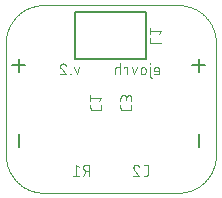
<source format=gbo>
G75*
%MOIN*%
%OFA0B0*%
%FSLAX25Y25*%
%IPPOS*%
%LPD*%
%AMOC8*
5,1,8,0,0,1.08239X$1,22.5*
%
%ADD10C,0.00394*%
%ADD11C,0.00300*%
%ADD12C,0.00600*%
%ADD13C,0.00500*%
D10*
X0015080Y0018078D02*
X0060080Y0018078D01*
X0060382Y0018082D01*
X0060684Y0018093D01*
X0060985Y0018111D01*
X0061286Y0018136D01*
X0061587Y0018169D01*
X0061886Y0018209D01*
X0062184Y0018256D01*
X0062482Y0018311D01*
X0062777Y0018372D01*
X0063071Y0018441D01*
X0063364Y0018517D01*
X0063654Y0018600D01*
X0063943Y0018690D01*
X0064229Y0018787D01*
X0064513Y0018890D01*
X0064794Y0019001D01*
X0065072Y0019118D01*
X0065348Y0019242D01*
X0065620Y0019373D01*
X0065889Y0019510D01*
X0066155Y0019653D01*
X0066417Y0019803D01*
X0066676Y0019960D01*
X0066930Y0020122D01*
X0067181Y0020291D01*
X0067427Y0020465D01*
X0067670Y0020646D01*
X0067907Y0020832D01*
X0068141Y0021024D01*
X0068369Y0021222D01*
X0068593Y0021425D01*
X0068811Y0021633D01*
X0069025Y0021847D01*
X0069233Y0022065D01*
X0069436Y0022289D01*
X0069634Y0022517D01*
X0069826Y0022751D01*
X0070012Y0022988D01*
X0070193Y0023231D01*
X0070367Y0023477D01*
X0070536Y0023728D01*
X0070698Y0023982D01*
X0070855Y0024241D01*
X0071005Y0024503D01*
X0071148Y0024769D01*
X0071285Y0025038D01*
X0071416Y0025310D01*
X0071540Y0025586D01*
X0071657Y0025864D01*
X0071768Y0026145D01*
X0071871Y0026429D01*
X0071968Y0026715D01*
X0072058Y0027004D01*
X0072141Y0027294D01*
X0072217Y0027587D01*
X0072286Y0027881D01*
X0072347Y0028176D01*
X0072402Y0028474D01*
X0072449Y0028772D01*
X0072489Y0029071D01*
X0072522Y0029372D01*
X0072547Y0029673D01*
X0072565Y0029974D01*
X0072576Y0030276D01*
X0072580Y0030578D01*
X0072580Y0068078D01*
X0072576Y0068380D01*
X0072565Y0068682D01*
X0072547Y0068983D01*
X0072522Y0069284D01*
X0072489Y0069585D01*
X0072449Y0069884D01*
X0072402Y0070182D01*
X0072347Y0070480D01*
X0072286Y0070775D01*
X0072217Y0071069D01*
X0072141Y0071362D01*
X0072058Y0071652D01*
X0071968Y0071941D01*
X0071871Y0072227D01*
X0071768Y0072511D01*
X0071657Y0072792D01*
X0071540Y0073070D01*
X0071416Y0073346D01*
X0071285Y0073618D01*
X0071148Y0073887D01*
X0071005Y0074153D01*
X0070855Y0074415D01*
X0070698Y0074674D01*
X0070536Y0074928D01*
X0070367Y0075179D01*
X0070193Y0075425D01*
X0070012Y0075668D01*
X0069826Y0075905D01*
X0069634Y0076139D01*
X0069436Y0076367D01*
X0069233Y0076591D01*
X0069025Y0076809D01*
X0068811Y0077023D01*
X0068593Y0077231D01*
X0068369Y0077434D01*
X0068141Y0077632D01*
X0067907Y0077824D01*
X0067670Y0078010D01*
X0067427Y0078191D01*
X0067181Y0078365D01*
X0066930Y0078534D01*
X0066676Y0078696D01*
X0066417Y0078853D01*
X0066155Y0079003D01*
X0065889Y0079146D01*
X0065620Y0079283D01*
X0065348Y0079414D01*
X0065072Y0079538D01*
X0064794Y0079655D01*
X0064513Y0079766D01*
X0064229Y0079869D01*
X0063943Y0079966D01*
X0063654Y0080056D01*
X0063364Y0080139D01*
X0063071Y0080215D01*
X0062777Y0080284D01*
X0062482Y0080345D01*
X0062184Y0080400D01*
X0061886Y0080447D01*
X0061587Y0080487D01*
X0061286Y0080520D01*
X0060985Y0080545D01*
X0060684Y0080563D01*
X0060382Y0080574D01*
X0060080Y0080578D01*
X0015080Y0080578D01*
X0014778Y0080574D01*
X0014476Y0080563D01*
X0014175Y0080545D01*
X0013874Y0080520D01*
X0013573Y0080487D01*
X0013274Y0080447D01*
X0012976Y0080400D01*
X0012678Y0080345D01*
X0012383Y0080284D01*
X0012089Y0080215D01*
X0011796Y0080139D01*
X0011506Y0080056D01*
X0011217Y0079966D01*
X0010931Y0079869D01*
X0010647Y0079766D01*
X0010366Y0079655D01*
X0010088Y0079538D01*
X0009812Y0079414D01*
X0009540Y0079283D01*
X0009271Y0079146D01*
X0009005Y0079003D01*
X0008743Y0078853D01*
X0008484Y0078696D01*
X0008230Y0078534D01*
X0007979Y0078365D01*
X0007733Y0078191D01*
X0007490Y0078010D01*
X0007253Y0077824D01*
X0007019Y0077632D01*
X0006791Y0077434D01*
X0006567Y0077231D01*
X0006349Y0077023D01*
X0006135Y0076809D01*
X0005927Y0076591D01*
X0005724Y0076367D01*
X0005526Y0076139D01*
X0005334Y0075905D01*
X0005148Y0075668D01*
X0004967Y0075425D01*
X0004793Y0075179D01*
X0004624Y0074928D01*
X0004462Y0074674D01*
X0004305Y0074415D01*
X0004155Y0074153D01*
X0004012Y0073887D01*
X0003875Y0073618D01*
X0003744Y0073346D01*
X0003620Y0073070D01*
X0003503Y0072792D01*
X0003392Y0072511D01*
X0003289Y0072227D01*
X0003192Y0071941D01*
X0003102Y0071652D01*
X0003019Y0071362D01*
X0002943Y0071069D01*
X0002874Y0070775D01*
X0002813Y0070480D01*
X0002758Y0070182D01*
X0002711Y0069884D01*
X0002671Y0069585D01*
X0002638Y0069284D01*
X0002613Y0068983D01*
X0002595Y0068682D01*
X0002584Y0068380D01*
X0002580Y0068078D01*
X0002580Y0030578D01*
X0002584Y0030276D01*
X0002595Y0029974D01*
X0002613Y0029673D01*
X0002638Y0029372D01*
X0002671Y0029071D01*
X0002711Y0028772D01*
X0002758Y0028474D01*
X0002813Y0028176D01*
X0002874Y0027881D01*
X0002943Y0027587D01*
X0003019Y0027294D01*
X0003102Y0027004D01*
X0003192Y0026715D01*
X0003289Y0026429D01*
X0003392Y0026145D01*
X0003503Y0025864D01*
X0003620Y0025586D01*
X0003744Y0025310D01*
X0003875Y0025038D01*
X0004012Y0024769D01*
X0004155Y0024503D01*
X0004305Y0024241D01*
X0004462Y0023982D01*
X0004624Y0023728D01*
X0004793Y0023477D01*
X0004967Y0023231D01*
X0005148Y0022988D01*
X0005334Y0022751D01*
X0005526Y0022517D01*
X0005724Y0022289D01*
X0005927Y0022065D01*
X0006135Y0021847D01*
X0006349Y0021633D01*
X0006567Y0021425D01*
X0006791Y0021222D01*
X0007019Y0021024D01*
X0007253Y0020832D01*
X0007490Y0020646D01*
X0007733Y0020465D01*
X0007979Y0020291D01*
X0008230Y0020122D01*
X0008484Y0019960D01*
X0008743Y0019803D01*
X0009005Y0019653D01*
X0009271Y0019510D01*
X0009540Y0019373D01*
X0009812Y0019242D01*
X0010088Y0019118D01*
X0010366Y0019001D01*
X0010647Y0018890D01*
X0010931Y0018787D01*
X0011217Y0018690D01*
X0011506Y0018600D01*
X0011796Y0018517D01*
X0012089Y0018441D01*
X0012383Y0018372D01*
X0012678Y0018311D01*
X0012976Y0018256D01*
X0013274Y0018209D01*
X0013573Y0018169D01*
X0013874Y0018136D01*
X0014175Y0018111D01*
X0014476Y0018093D01*
X0014778Y0018082D01*
X0015080Y0018078D01*
D11*
X0024809Y0023759D02*
X0026830Y0023759D01*
X0028330Y0023759D02*
X0029138Y0025376D01*
X0029341Y0025376D02*
X0030351Y0025376D01*
X0029341Y0025376D02*
X0029279Y0025378D01*
X0029217Y0025384D01*
X0029155Y0025393D01*
X0029095Y0025407D01*
X0029035Y0025424D01*
X0028976Y0025444D01*
X0028919Y0025468D01*
X0028863Y0025496D01*
X0028809Y0025527D01*
X0028757Y0025562D01*
X0028708Y0025599D01*
X0028661Y0025640D01*
X0028616Y0025683D01*
X0028574Y0025729D01*
X0028535Y0025777D01*
X0028499Y0025828D01*
X0028466Y0025881D01*
X0028437Y0025936D01*
X0028411Y0025992D01*
X0028388Y0026050D01*
X0028370Y0026110D01*
X0028354Y0026170D01*
X0028343Y0026231D01*
X0028335Y0026293D01*
X0028331Y0026355D01*
X0028331Y0026417D01*
X0028335Y0026479D01*
X0028343Y0026541D01*
X0028354Y0026602D01*
X0028370Y0026662D01*
X0028388Y0026722D01*
X0028411Y0026780D01*
X0028437Y0026836D01*
X0028466Y0026891D01*
X0028499Y0026944D01*
X0028535Y0026995D01*
X0028574Y0027043D01*
X0028616Y0027089D01*
X0028661Y0027132D01*
X0028708Y0027173D01*
X0028757Y0027210D01*
X0028809Y0027245D01*
X0028863Y0027276D01*
X0028919Y0027304D01*
X0028976Y0027328D01*
X0029035Y0027348D01*
X0029095Y0027365D01*
X0029155Y0027379D01*
X0029217Y0027388D01*
X0029279Y0027394D01*
X0029341Y0027396D01*
X0030351Y0027396D01*
X0030351Y0023759D01*
X0026830Y0026588D02*
X0025820Y0027396D01*
X0025820Y0023759D01*
X0045088Y0023759D02*
X0047109Y0023759D01*
X0045391Y0025780D01*
X0045998Y0027396D02*
X0046065Y0027394D01*
X0046131Y0027388D01*
X0046197Y0027379D01*
X0046263Y0027366D01*
X0046327Y0027349D01*
X0046391Y0027328D01*
X0046453Y0027304D01*
X0046514Y0027276D01*
X0046573Y0027245D01*
X0046630Y0027210D01*
X0046685Y0027173D01*
X0046738Y0027132D01*
X0046788Y0027088D01*
X0046836Y0027042D01*
X0046881Y0026992D01*
X0046923Y0026941D01*
X0046963Y0026887D01*
X0046999Y0026830D01*
X0047031Y0026772D01*
X0047061Y0026712D01*
X0047087Y0026651D01*
X0047109Y0026588D01*
X0045391Y0025779D02*
X0045348Y0025823D01*
X0045309Y0025869D01*
X0045272Y0025917D01*
X0045238Y0025968D01*
X0045207Y0026020D01*
X0045179Y0026074D01*
X0045155Y0026130D01*
X0045135Y0026188D01*
X0045118Y0026246D01*
X0045105Y0026305D01*
X0045096Y0026366D01*
X0045090Y0026426D01*
X0045088Y0026487D01*
X0045089Y0026487D02*
X0045091Y0026546D01*
X0045097Y0026606D01*
X0045106Y0026664D01*
X0045120Y0026722D01*
X0045137Y0026779D01*
X0045158Y0026835D01*
X0045183Y0026889D01*
X0045211Y0026941D01*
X0045242Y0026992D01*
X0045277Y0027040D01*
X0045315Y0027086D01*
X0045355Y0027130D01*
X0045399Y0027170D01*
X0045445Y0027208D01*
X0045493Y0027243D01*
X0045543Y0027274D01*
X0045596Y0027302D01*
X0045650Y0027327D01*
X0045706Y0027348D01*
X0045763Y0027365D01*
X0045821Y0027379D01*
X0045879Y0027388D01*
X0045939Y0027394D01*
X0045998Y0027396D01*
X0048455Y0027396D02*
X0049263Y0027396D01*
X0049318Y0027394D01*
X0049373Y0027388D01*
X0049427Y0027379D01*
X0049481Y0027366D01*
X0049534Y0027349D01*
X0049585Y0027329D01*
X0049635Y0027305D01*
X0049683Y0027278D01*
X0049729Y0027248D01*
X0049773Y0027215D01*
X0049815Y0027179D01*
X0049854Y0027140D01*
X0049890Y0027098D01*
X0049923Y0027054D01*
X0049953Y0027008D01*
X0049980Y0026960D01*
X0050004Y0026910D01*
X0050024Y0026859D01*
X0050041Y0026806D01*
X0050054Y0026752D01*
X0050063Y0026698D01*
X0050069Y0026643D01*
X0050071Y0026588D01*
X0050072Y0026588D02*
X0050072Y0024567D01*
X0050071Y0024567D02*
X0050069Y0024512D01*
X0050063Y0024457D01*
X0050054Y0024403D01*
X0050041Y0024349D01*
X0050024Y0024296D01*
X0050004Y0024245D01*
X0049980Y0024195D01*
X0049953Y0024147D01*
X0049923Y0024101D01*
X0049890Y0024057D01*
X0049854Y0024015D01*
X0049815Y0023976D01*
X0049773Y0023940D01*
X0049729Y0023907D01*
X0049683Y0023877D01*
X0049635Y0023850D01*
X0049585Y0023826D01*
X0049534Y0023806D01*
X0049481Y0023789D01*
X0049427Y0023776D01*
X0049373Y0023767D01*
X0049318Y0023761D01*
X0049263Y0023759D01*
X0048455Y0023759D01*
X0043590Y0045586D02*
X0041570Y0045586D01*
X0041515Y0045588D01*
X0041460Y0045594D01*
X0041406Y0045603D01*
X0041352Y0045616D01*
X0041299Y0045633D01*
X0041248Y0045653D01*
X0041198Y0045677D01*
X0041150Y0045704D01*
X0041104Y0045734D01*
X0041060Y0045767D01*
X0041018Y0045803D01*
X0040979Y0045842D01*
X0040943Y0045884D01*
X0040910Y0045928D01*
X0040880Y0045974D01*
X0040853Y0046022D01*
X0040829Y0046072D01*
X0040809Y0046123D01*
X0040792Y0046176D01*
X0040779Y0046230D01*
X0040770Y0046284D01*
X0040764Y0046339D01*
X0040762Y0046394D01*
X0040761Y0046394D02*
X0040761Y0047202D01*
X0040761Y0048549D02*
X0040761Y0049559D01*
X0040762Y0049559D02*
X0040764Y0049621D01*
X0040770Y0049683D01*
X0040779Y0049745D01*
X0040793Y0049805D01*
X0040810Y0049865D01*
X0040830Y0049924D01*
X0040854Y0049981D01*
X0040882Y0050037D01*
X0040913Y0050091D01*
X0040948Y0050143D01*
X0040985Y0050192D01*
X0041026Y0050239D01*
X0041069Y0050284D01*
X0041115Y0050326D01*
X0041163Y0050365D01*
X0041214Y0050401D01*
X0041267Y0050434D01*
X0041322Y0050463D01*
X0041378Y0050489D01*
X0041436Y0050512D01*
X0041496Y0050530D01*
X0041556Y0050546D01*
X0041617Y0050557D01*
X0041679Y0050565D01*
X0041741Y0050569D01*
X0041803Y0050569D01*
X0041865Y0050565D01*
X0041927Y0050557D01*
X0041988Y0050546D01*
X0042048Y0050530D01*
X0042108Y0050512D01*
X0042166Y0050489D01*
X0042222Y0050463D01*
X0042277Y0050434D01*
X0042330Y0050401D01*
X0042381Y0050365D01*
X0042429Y0050326D01*
X0042475Y0050284D01*
X0042518Y0050239D01*
X0042559Y0050192D01*
X0042596Y0050143D01*
X0042631Y0050091D01*
X0042662Y0050037D01*
X0042690Y0049981D01*
X0042714Y0049924D01*
X0042734Y0049865D01*
X0042751Y0049805D01*
X0042765Y0049745D01*
X0042774Y0049683D01*
X0042780Y0049621D01*
X0042782Y0049559D01*
X0042782Y0049761D02*
X0042782Y0048953D01*
X0042782Y0049761D02*
X0042784Y0049816D01*
X0042790Y0049871D01*
X0042799Y0049925D01*
X0042812Y0049979D01*
X0042829Y0050032D01*
X0042849Y0050083D01*
X0042873Y0050133D01*
X0042900Y0050181D01*
X0042930Y0050227D01*
X0042963Y0050271D01*
X0042999Y0050313D01*
X0043038Y0050352D01*
X0043080Y0050388D01*
X0043124Y0050421D01*
X0043170Y0050451D01*
X0043218Y0050478D01*
X0043268Y0050502D01*
X0043319Y0050522D01*
X0043372Y0050539D01*
X0043426Y0050552D01*
X0043480Y0050561D01*
X0043535Y0050567D01*
X0043590Y0050569D01*
X0043645Y0050567D01*
X0043700Y0050561D01*
X0043754Y0050552D01*
X0043808Y0050539D01*
X0043861Y0050522D01*
X0043912Y0050502D01*
X0043962Y0050478D01*
X0044010Y0050451D01*
X0044056Y0050421D01*
X0044100Y0050388D01*
X0044142Y0050352D01*
X0044181Y0050313D01*
X0044217Y0050271D01*
X0044250Y0050227D01*
X0044280Y0050181D01*
X0044307Y0050133D01*
X0044331Y0050083D01*
X0044351Y0050032D01*
X0044368Y0049979D01*
X0044381Y0049925D01*
X0044390Y0049871D01*
X0044396Y0049816D01*
X0044398Y0049761D01*
X0044398Y0048549D01*
X0044398Y0047202D02*
X0044398Y0046394D01*
X0044396Y0046339D01*
X0044390Y0046284D01*
X0044381Y0046230D01*
X0044368Y0046176D01*
X0044351Y0046123D01*
X0044331Y0046072D01*
X0044307Y0046022D01*
X0044280Y0045974D01*
X0044250Y0045928D01*
X0044217Y0045884D01*
X0044181Y0045842D01*
X0044141Y0045803D01*
X0044100Y0045767D01*
X0044056Y0045734D01*
X0044010Y0045704D01*
X0043962Y0045677D01*
X0043912Y0045653D01*
X0043861Y0045633D01*
X0043808Y0045616D01*
X0043754Y0045603D01*
X0043700Y0045594D01*
X0043645Y0045588D01*
X0043590Y0045586D01*
X0034398Y0046394D02*
X0034398Y0047202D01*
X0034398Y0046394D02*
X0034396Y0046339D01*
X0034390Y0046284D01*
X0034381Y0046230D01*
X0034368Y0046176D01*
X0034351Y0046123D01*
X0034331Y0046072D01*
X0034307Y0046022D01*
X0034280Y0045974D01*
X0034250Y0045928D01*
X0034217Y0045884D01*
X0034181Y0045842D01*
X0034141Y0045803D01*
X0034100Y0045767D01*
X0034056Y0045734D01*
X0034010Y0045704D01*
X0033962Y0045677D01*
X0033912Y0045653D01*
X0033861Y0045633D01*
X0033808Y0045616D01*
X0033754Y0045603D01*
X0033700Y0045594D01*
X0033645Y0045588D01*
X0033590Y0045586D01*
X0031570Y0045586D01*
X0031515Y0045588D01*
X0031460Y0045594D01*
X0031406Y0045603D01*
X0031352Y0045616D01*
X0031299Y0045633D01*
X0031248Y0045653D01*
X0031198Y0045677D01*
X0031150Y0045704D01*
X0031104Y0045734D01*
X0031060Y0045767D01*
X0031018Y0045803D01*
X0030979Y0045842D01*
X0030943Y0045884D01*
X0030910Y0045928D01*
X0030880Y0045974D01*
X0030853Y0046022D01*
X0030829Y0046072D01*
X0030809Y0046123D01*
X0030792Y0046176D01*
X0030779Y0046230D01*
X0030770Y0046284D01*
X0030764Y0046339D01*
X0030762Y0046394D01*
X0030761Y0046394D02*
X0030761Y0047202D01*
X0030761Y0048549D02*
X0030761Y0050569D01*
X0030761Y0049559D02*
X0034398Y0049559D01*
X0033590Y0048549D01*
X0039026Y0057509D02*
X0039026Y0059328D01*
X0039028Y0059376D01*
X0039033Y0059423D01*
X0039043Y0059469D01*
X0039056Y0059515D01*
X0039072Y0059560D01*
X0039092Y0059603D01*
X0039115Y0059645D01*
X0039142Y0059684D01*
X0039171Y0059722D01*
X0039203Y0059757D01*
X0039238Y0059789D01*
X0039276Y0059818D01*
X0039315Y0059845D01*
X0039357Y0059868D01*
X0039400Y0059888D01*
X0039445Y0059904D01*
X0039491Y0059917D01*
X0039537Y0059927D01*
X0039584Y0059932D01*
X0039632Y0059934D01*
X0040642Y0059934D01*
X0040642Y0061146D02*
X0040642Y0057509D01*
X0041890Y0059530D02*
X0041890Y0059934D01*
X0043102Y0059934D01*
X0043102Y0057509D01*
X0045385Y0057509D02*
X0044577Y0059934D01*
X0046193Y0059934D02*
X0045385Y0057509D01*
X0047530Y0058317D02*
X0047530Y0059126D01*
X0047532Y0059181D01*
X0047538Y0059236D01*
X0047547Y0059290D01*
X0047560Y0059344D01*
X0047577Y0059397D01*
X0047597Y0059448D01*
X0047621Y0059498D01*
X0047648Y0059546D01*
X0047678Y0059592D01*
X0047711Y0059636D01*
X0047747Y0059678D01*
X0047786Y0059717D01*
X0047828Y0059753D01*
X0047872Y0059786D01*
X0047918Y0059816D01*
X0047966Y0059843D01*
X0048016Y0059867D01*
X0048067Y0059887D01*
X0048120Y0059904D01*
X0048174Y0059917D01*
X0048228Y0059926D01*
X0048283Y0059932D01*
X0048338Y0059934D01*
X0048393Y0059932D01*
X0048448Y0059926D01*
X0048502Y0059917D01*
X0048556Y0059904D01*
X0048609Y0059887D01*
X0048660Y0059867D01*
X0048710Y0059843D01*
X0048758Y0059816D01*
X0048804Y0059786D01*
X0048848Y0059753D01*
X0048890Y0059717D01*
X0048929Y0059678D01*
X0048965Y0059636D01*
X0048998Y0059592D01*
X0049028Y0059546D01*
X0049055Y0059498D01*
X0049079Y0059448D01*
X0049099Y0059397D01*
X0049116Y0059344D01*
X0049129Y0059290D01*
X0049138Y0059236D01*
X0049144Y0059181D01*
X0049146Y0059126D01*
X0049146Y0058317D01*
X0049144Y0058262D01*
X0049138Y0058207D01*
X0049129Y0058153D01*
X0049116Y0058099D01*
X0049099Y0058046D01*
X0049079Y0057995D01*
X0049055Y0057945D01*
X0049028Y0057897D01*
X0048998Y0057851D01*
X0048965Y0057807D01*
X0048929Y0057765D01*
X0048890Y0057726D01*
X0048848Y0057690D01*
X0048804Y0057657D01*
X0048758Y0057627D01*
X0048710Y0057600D01*
X0048660Y0057576D01*
X0048609Y0057556D01*
X0048556Y0057539D01*
X0048502Y0057526D01*
X0048448Y0057517D01*
X0048393Y0057511D01*
X0048338Y0057509D01*
X0048283Y0057511D01*
X0048228Y0057517D01*
X0048174Y0057526D01*
X0048120Y0057539D01*
X0048067Y0057556D01*
X0048016Y0057576D01*
X0047966Y0057600D01*
X0047918Y0057627D01*
X0047872Y0057657D01*
X0047828Y0057690D01*
X0047786Y0057726D01*
X0047747Y0057765D01*
X0047711Y0057807D01*
X0047678Y0057851D01*
X0047648Y0057897D01*
X0047621Y0057945D01*
X0047597Y0057995D01*
X0047577Y0058046D01*
X0047560Y0058099D01*
X0047547Y0058153D01*
X0047538Y0058207D01*
X0047532Y0058262D01*
X0047530Y0058317D01*
X0050642Y0056903D02*
X0050642Y0059934D01*
X0050541Y0060944D02*
X0050743Y0060944D01*
X0050743Y0061146D01*
X0050541Y0061146D01*
X0050541Y0060944D01*
X0052018Y0059126D02*
X0052018Y0058721D01*
X0053634Y0058721D01*
X0053634Y0059126D02*
X0053634Y0058115D01*
X0053632Y0058067D01*
X0053627Y0058020D01*
X0053617Y0057974D01*
X0053604Y0057928D01*
X0053588Y0057883D01*
X0053568Y0057840D01*
X0053545Y0057798D01*
X0053518Y0057759D01*
X0053489Y0057721D01*
X0053457Y0057686D01*
X0053422Y0057654D01*
X0053384Y0057625D01*
X0053345Y0057598D01*
X0053303Y0057575D01*
X0053260Y0057555D01*
X0053215Y0057539D01*
X0053169Y0057526D01*
X0053123Y0057516D01*
X0053076Y0057511D01*
X0053028Y0057509D01*
X0052018Y0057509D01*
X0051248Y0056297D02*
X0051200Y0056299D01*
X0051153Y0056304D01*
X0051107Y0056314D01*
X0051061Y0056327D01*
X0051016Y0056343D01*
X0050973Y0056363D01*
X0050931Y0056386D01*
X0050892Y0056413D01*
X0050854Y0056442D01*
X0050819Y0056474D01*
X0050787Y0056509D01*
X0050758Y0056547D01*
X0050731Y0056586D01*
X0050708Y0056628D01*
X0050688Y0056671D01*
X0050672Y0056716D01*
X0050659Y0056762D01*
X0050649Y0056808D01*
X0050644Y0056855D01*
X0050642Y0056903D01*
X0051248Y0056297D02*
X0051450Y0056297D01*
X0052018Y0059126D02*
X0052020Y0059181D01*
X0052026Y0059236D01*
X0052035Y0059290D01*
X0052048Y0059344D01*
X0052065Y0059397D01*
X0052085Y0059448D01*
X0052109Y0059498D01*
X0052136Y0059546D01*
X0052166Y0059592D01*
X0052199Y0059636D01*
X0052235Y0059678D01*
X0052274Y0059717D01*
X0052316Y0059753D01*
X0052360Y0059786D01*
X0052406Y0059816D01*
X0052454Y0059843D01*
X0052504Y0059867D01*
X0052555Y0059887D01*
X0052608Y0059904D01*
X0052662Y0059917D01*
X0052716Y0059926D01*
X0052771Y0059932D01*
X0052826Y0059934D01*
X0052881Y0059932D01*
X0052936Y0059926D01*
X0052990Y0059917D01*
X0053044Y0059904D01*
X0053097Y0059887D01*
X0053148Y0059867D01*
X0053198Y0059843D01*
X0053246Y0059816D01*
X0053292Y0059786D01*
X0053336Y0059753D01*
X0053378Y0059717D01*
X0053417Y0059678D01*
X0053453Y0059636D01*
X0053486Y0059592D01*
X0053516Y0059546D01*
X0053543Y0059498D01*
X0053567Y0059448D01*
X0053587Y0059397D01*
X0053604Y0059344D01*
X0053617Y0059290D01*
X0053626Y0059236D01*
X0053632Y0059181D01*
X0053634Y0059126D01*
X0054398Y0068094D02*
X0050761Y0068094D01*
X0050761Y0069711D01*
X0050761Y0071040D02*
X0050761Y0073061D01*
X0050761Y0072051D02*
X0054398Y0072051D01*
X0053590Y0071040D01*
X0027042Y0059934D02*
X0026234Y0057509D01*
X0025426Y0059934D01*
X0024209Y0057711D02*
X0024007Y0057711D01*
X0024007Y0057509D01*
X0024209Y0057509D01*
X0024209Y0057711D01*
X0022638Y0057509D02*
X0020618Y0057509D01*
X0022638Y0057509D02*
X0020921Y0059530D01*
X0021527Y0061146D02*
X0021594Y0061144D01*
X0021660Y0061138D01*
X0021726Y0061129D01*
X0021792Y0061116D01*
X0021856Y0061099D01*
X0021920Y0061078D01*
X0021982Y0061054D01*
X0022043Y0061026D01*
X0022102Y0060995D01*
X0022159Y0060960D01*
X0022214Y0060923D01*
X0022267Y0060882D01*
X0022317Y0060838D01*
X0022365Y0060792D01*
X0022410Y0060742D01*
X0022452Y0060691D01*
X0022492Y0060637D01*
X0022528Y0060580D01*
X0022560Y0060522D01*
X0022590Y0060462D01*
X0022616Y0060401D01*
X0022638Y0060338D01*
X0020920Y0059529D02*
X0020877Y0059573D01*
X0020838Y0059619D01*
X0020801Y0059667D01*
X0020767Y0059718D01*
X0020736Y0059770D01*
X0020708Y0059824D01*
X0020684Y0059880D01*
X0020664Y0059938D01*
X0020647Y0059996D01*
X0020634Y0060055D01*
X0020625Y0060116D01*
X0020619Y0060176D01*
X0020617Y0060237D01*
X0020618Y0060237D02*
X0020620Y0060296D01*
X0020626Y0060356D01*
X0020635Y0060414D01*
X0020649Y0060472D01*
X0020666Y0060529D01*
X0020687Y0060585D01*
X0020712Y0060639D01*
X0020740Y0060691D01*
X0020771Y0060742D01*
X0020806Y0060790D01*
X0020844Y0060836D01*
X0020884Y0060880D01*
X0020928Y0060920D01*
X0020974Y0060958D01*
X0021022Y0060993D01*
X0021072Y0061024D01*
X0021125Y0061052D01*
X0021179Y0061077D01*
X0021235Y0061098D01*
X0021292Y0061115D01*
X0021350Y0061129D01*
X0021408Y0061138D01*
X0021468Y0061144D01*
X0021527Y0061146D01*
D12*
X0009002Y0060578D02*
X0004736Y0060578D01*
X0006869Y0062711D02*
X0006869Y0058444D01*
X0006869Y0037711D02*
X0006869Y0033444D01*
X0064736Y0060578D02*
X0069002Y0060578D01*
X0066869Y0062711D02*
X0066869Y0058444D01*
X0066869Y0037711D02*
X0066869Y0033444D01*
D13*
X0049391Y0062704D02*
X0025769Y0062704D01*
X0025769Y0078452D01*
X0049391Y0078452D01*
X0049391Y0062704D01*
M02*

</source>
